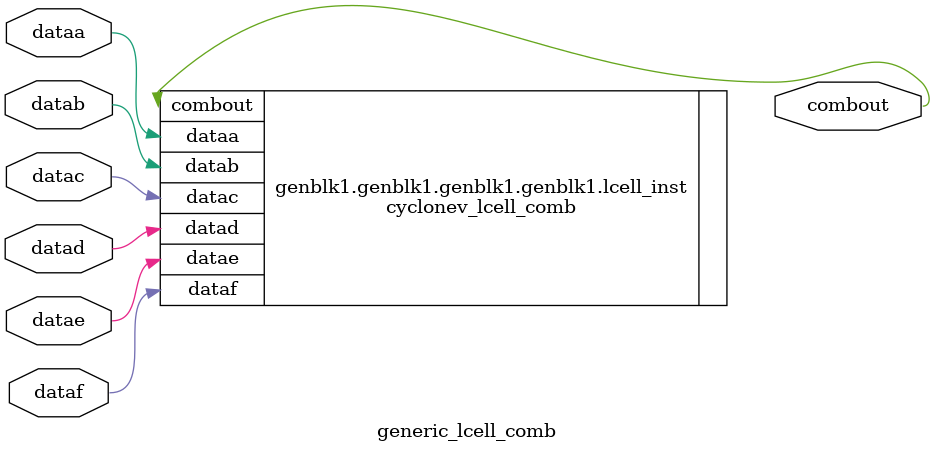
<source format=v>



`timescale 1ps/1ps

module altera_pll_reconfig_core
#(
    parameter 	reconf_width       	= 64,
    parameter 	device_family       	= "Cyclone V",
    // MIF Streaming parameters
    parameter   RECONFIG_ADDR_WIDTH     = 6,
    parameter   RECONFIG_DATA_WIDTH     = 32,
    parameter   ROM_ADDR_WIDTH          = 9,
    parameter   ROM_DATA_WIDTH          = 32,
    parameter	ROM_NUM_WORDS           = 512
) ( 

    //input
    input   wire    mgmt_clk,
    input   wire    mgmt_reset,


    //conduits
    output  wire [reconf_width-1:0] reconfig_to_pll,
    input  wire [reconf_width-1:0] reconfig_from_pll,

    // user data (avalon-MM slave interface)
    output  wire [31:0] mgmt_readdata,
    output  wire        mgmt_waitrequest,
    input   wire [5:0]  mgmt_address,
    input   wire        mgmt_read,
    input   wire        mgmt_write,
    input   wire [31:0] mgmt_writedata,

    //other
    output  wire        mif_start_out,
    output  reg [ROM_ADDR_WIDTH-1:0]    mif_base_addr
);
    localparam mode_WR            = 1'b0;
    localparam mode_POLL          = 1'b1;
    localparam MODE_REG           = 6'b000000;
    localparam STATUS_REG         = 6'b000001;
    localparam START_REG          = 6'b000010;
    localparam N_REG              = 6'b000011;
    localparam M_REG              = 6'b000100;
    localparam C_COUNTERS_REG     = 6'b000101;
    localparam DPS_REG            = 6'b000110;
    localparam DSM_REG            = 6'b000111;
    localparam BWCTRL_REG         = 6'b001000;
    localparam CP_CURRENT_REG     = 6'b001001;
    localparam ANY_DPRIO          = 6'b100000;
    localparam CNT_BASE           = 5'b001010;
    localparam VCO_REG              = 6'b011100;
    localparam MIF_REG            = 6'b011111;
    
    //C Counters
    localparam number_of_counters = 5'd18;
    localparam  CNT_0 = 1'd0, CNT_1 = 5'd1, CNT_2 = 5'd2,
                CNT_3 = 5'd3, CNT_4 = 5'd4, CNT_5 = 5'd5,
                CNT_6 = 5'd6, CNT_7 = 5'd7, CNT_8 = 5'd8,
                CNT_9 = 5'd9, CNT_10 = 5'd10, CNT_11 = 5'd11,
                CNT_12 = 5'd12, CNT_13 = 5'd13, CNT_14 = 5'd14,
                CNT_15 = 5'd15, CNT_16 = 5'd16, CNT_17 = 5'd17;
    //C counter addresses
    localparam C_CNT_0_DIV_ADDR = 5'h00;
    localparam C_CNT_0_DIV_ADDR_DPRIO_1 = 5'h11;
    localparam C_CNT_0_3_BYPASS_EN_ADDR = 5'h15;
    localparam C_CNT_0_3_ODD_DIV_EN_ADDR = 5'h17;
    localparam C_CNT_4_17_BYPASS_EN_ADDR = 5'h14;
    localparam C_CNT_4_17_ODD_DIV_EN_ADDR = 5'h16;
    //N counter addresses
    localparam N_CNT_DIV_ADDR = 5'h13;
    localparam N_CNT_BYPASS_EN_ADDR = 5'h15;
    localparam N_CNT_ODD_DIV_EN_ADDR = 5'h17;
    //M counter addresses
    localparam M_CNT_DIV_ADDR = 5'h12;
    localparam M_CNT_BYPASS_EN_ADDR = 5'h15;
    localparam M_CNT_ODD_DIV_EN_ADDR = 5'h17;
    
    //DSM address
    localparam DSM_K_FRACTIONAL_DIVISION_ADDR_0 = 5'h18;
    localparam DSM_K_FRACTIONAL_DIVISION_ADDR_1 = 5'h19;
    localparam DSM_K_READY_ADDR = 5'h17;
    localparam DSM_K_DITHER_ADDR = 5'h17;
    localparam DSM_OUT_SEL_ADDR = 6'h30;
    
    //Other DSM params
    localparam DSM_K_READY_BIT_INDEX = 4'd11;
    //BWCTRL address
    //Bit 0-3 of addr
    localparam BWCTRL_ADDR = 6'h30;
    //CP_CURRENT address
    //Bit 0-2 of addr
    localparam CP_CURRENT_ADDR = 6'h31;
    
    // VCODIV address
    localparam VCO_ADDR = 5'h17;

    localparam DPRIO_IDLE = 3'd0, ONE = 3'd1, TWO = 3'd2, THREE = 3'd3, FOUR = 3'd4,
               FIVE = 3'd5, SIX = 3'd6, SEVEN = 3'd7, EIGHT = 4'd8, NINE = 4'd9, TEN = 4'd10,
               ELEVEN = 4'd11, TWELVE = 4'd12, THIRTEEN = 4'd13, FOURTEEN = 4'd14, DPRIO_DONE = 4'd15;
    localparam IDLE = 2'b00, WAIT_ON_LOCK = 2'b01, LOCKED = 2'b10;
    
    wire            clk;
    wire            reset;
    wire            gnd;

    wire [5: 0]     slave_address;
    wire            slave_read;
    wire            slave_write;
    wire [31: 0]    slave_writedata;

    reg  [31: 0]     slave_readdata_d;
    reg  [31: 0]     slave_readdata_q;
    wire            slave_waitrequest;
    reg             slave_mode;

    assign          clk             = mgmt_clk;

    assign          slave_address       = mgmt_address;
    assign          slave_read      = mgmt_read;    
    assign          slave_write     = mgmt_write;
    assign          slave_writedata     = mgmt_writedata;
    
    reg read_waitrequest;
    // Outputs
    assign          mgmt_readdata       = slave_readdata_q;
    assign          mgmt_waitrequest    = slave_waitrequest | read_waitrequest; //Read waitrequest asserted in polling mode

    //internal signals
    wire            locked_orig;
    wire            locked;
   
    wire            pll_start;
    wire            pll_start_valid;
    reg             status_read;
    wire            read_slave_mode_asserted;

    wire            pll_start_asserted;

    reg  [1:0]      current_state;
    reg  [1:0]      next_state;

    reg             status;//0=busy, 1=ready
    //user_mode_init user_mode_init_inst (clk, reset, dprio_mdio_dis, ser_shift_load);
    //declaring the init wires. These will have 0 on them for 64 clk cycles
    wire       [ 5:0]  init_dprio_address;
    wire               init_dprio_read;
    wire       [ 1:0]  init_dprio_byteen;
    wire               init_dprio_write;
    wire       [15:0]  init_dprio_writedata;

    wire               init_atpgmode;
    wire               init_mdio_dis;
    wire               init_scanen;
    wire               init_ser_shift_load;
    wire               dprio_init_done;

    //DPRIO output signals after initialization is done
    wire            dprio_clk;
    reg             avmm_dprio_write;
    reg             avmm_dprio_read;
    reg  [5:0]      avmm_dprio_address;
    reg  [15:0]     avmm_dprio_writedata;
    reg  [1:0]      avmm_dprio_byteen;
    wire            avmm_atpgmode;
    wire            avmm_mdio_dis;
    wire            avmm_scanen;

    //Final output wires that are muxed between the init and avmm wires.
    wire            dprio_init_reset;
    wire [5:0]      dprio_address /*synthesis keep*/;
    wire            dprio_read/*synthesis keep*/;
    wire [1:0]      dprio_byteen/*synthesis keep*/;
    wire            dprio_write/*synthesis keep*/;
    wire [15:0]     dprio_writedata/*synthesis keep*/;
    wire            dprio_mdio_dis/*synthesis keep*/;
    wire            dprio_ser_shift_load/*synthesis keep*/;
    wire            dprio_atpgmode/*synthesis keep*/;
    wire            dprio_scanen/*synthesis keep*/;


    //other PLL signals for dyn ph shift
    wire            phase_done/*synthesis keep*/;
    wire            phase_en/*synthesis keep*/;
    wire            up_dn/*synthesis keep*/;
    wire  [4:0]     cnt_sel;
    
    //DPRIO input signals
    wire  [15:0]     dprio_readdata;

    //internal logic signals
    //storage registers for user sent data
    reg             dprio_temp_read_1;
    reg             dprio_temp_read_2;
    reg             dprio_start;
    reg             mif_start_assert;
    reg             dps_start_assert;
    wire            usr_valid_changes;
    reg  [3:0]      dprio_cur_state;
    reg  [3:0]      dprio_next_state;
    reg  [15:0]     dprio_temp_m_n_c_readdata_1_d;
    reg  [15:0]     dprio_temp_m_n_c_readdata_2_d;
    reg  [15:0]     dprio_temp_m_n_c_readdata_1_q;
    reg  [15:0]     dprio_temp_m_n_c_readdata_2_q;
	reg 			dprio_write_done;
    //C counters signals
    reg  [7:0]      usr_c_cnt_lo;
    reg  [7:0]      usr_c_cnt_hi;
    reg             usr_c_cnt_bypass_en;
    reg             usr_c_cnt_odd_duty_div_en;
    reg  [7:0]      temp_c_cnt_lo [0:17]; 
    reg  [7:0]      temp_c_cnt_hi [0:17];
    reg             temp_c_cnt_bypass_en [0:17];
    reg      	    temp_c_cnt_odd_duty_div_en [0:17];
    reg             any_c_cnt_changed;
    reg             all_c_cnt_done_q;
    reg             all_c_cnt_done_d;
    reg  [17:0]     c_cnt_changed;
    reg  [17:0]     c_cnt_done_d;
    reg  [17:0]     c_cnt_done_q;
    //N counter signals
    reg  [7:0]      usr_n_cnt_lo; 
    reg  [7:0]      usr_n_cnt_hi;
    reg             usr_n_cnt_bypass_en;
    reg             usr_n_cnt_odd_duty_div_en;
    reg             n_cnt_changed;
    reg             n_cnt_done_d;
    reg             n_cnt_done_q;
    //M counter signals
    reg  [7:0]      usr_m_cnt_lo; 
    reg  [7:0]      usr_m_cnt_hi;
    reg             usr_m_cnt_bypass_en;
    reg             usr_m_cnt_odd_duty_div_en;
    reg             m_cnt_changed;
    reg             m_cnt_done_d;
    reg             m_cnt_done_q;
    //dyn phase regs
    reg  [15:0]     usr_num_shifts;
    reg  [4:0]      usr_cnt_sel /*synthesis preserve*/;
    reg             usr_up_dn;
    reg             dps_changed;
    wire            dps_changed_valid;
    wire            dps_done;

    //DSM Signals
    reg  [31:0]     usr_k_value;
    reg             dsm_k_changed;
    reg             dsm_k_done_d;
    reg             dsm_k_done_q;
    reg             dsm_k_ready_false_done_d;
    //BW signals 
    reg [3:0]       usr_bwctrl_value;
    reg             bwctrl_changed;
    reg             bwctrl_done_d;
    reg             bwctrl_done_q;
    //CP signals 
    reg [2:0]       usr_cp_current_value;
    reg             cp_current_changed;
    reg             cp_current_done_d;
    reg             cp_current_done_q;
    //VCO signals 
    reg             usr_vco_value;
    reg             vco_changed;
    reg             vco_done_d;
    reg             vco_done_q;
    //Manual DPRIO signals
    reg             manual_dprio_done_q;
    reg             manual_dprio_done_d;
    reg             manual_dprio_changed;
    reg  [5:0]      usr_dprio_address;
    reg  [15:0]     usr_dprio_writedata_0;
    reg             usr_r_w;
	 //keeping track of which operation happened last
	 reg  [5:0]		  operation_address;
    // Address wires for all C_counter DPRIO registers
    // These are outputs of LUTS, changing depending
    // on whether PLL_0 or PLL_1 being used


    //Fitter will tell if FPLL1 is being used 
    wire            fpll_1;

    // other
    reg             mif_reg_asserted;
    // MAIN FSM                             

    // Synchronize locked signal
   altera_std_synchronizer #(
        .depth(3)
    ) altera_std_synchronizer_inst (
        .clk(mgmt_clk),
        .reset_n(~mgmt_reset), 
        .din(locked_orig),
        .dout(locked)
    );
   
    always @(posedge clk)
    begin
        if (reset)
        begin
            dprio_cur_state <= DPRIO_IDLE;
            current_state <= IDLE;
        end
        else
        begin
            current_state <= next_state;
            dprio_cur_state <= dprio_next_state;
        end
    end

    always @(*)
     begin
        case(current_state)
          IDLE:
            begin
               if (pll_start & !slave_waitrequest & usr_valid_changes)
                 next_state = WAIT_ON_LOCK;
               else
                 next_state = IDLE;
            end
          WAIT_ON_LOCK:
            begin
               if (locked & dps_done & dprio_write_done)  // received locked high from PLL
                 begin
                    if (slave_mode==mode_WR) //if the mode is waitrequest, then
                                             // goto IDLE state directly
                      next_state = IDLE;
                    else
                      next_state = LOCKED; //otherwise go the locked state
                 end
               else
                  next_state = WAIT_ON_LOCK;
            end
              
          LOCKED:
            begin
               if (status_read) // stay in LOCKED until user reads status 
                 next_state = IDLE;
               else
                 next_state = LOCKED;
            end

          default: next_state = 2'bxx;
          
        endcase
     end


    // ask the pll to start reconfig
    assign pll_start = (pll_start_asserted & (current_state==IDLE))  ;
    assign pll_start_valid = (pll_start & (next_state==WAIT_ON_LOCK))  ;



    // WRITE OPERATIONS
    assign pll_start_asserted = slave_write & (slave_address == START_REG);
    assign mif_start_out = pll_start & mif_reg_asserted;

    //reading the mode register to determine what mode the slave will operate
    //in.
    always @(posedge clk)
    begin
        if (reset)
          slave_mode <= mode_WR;
        else if (slave_write & (slave_address == MODE_REG) & !slave_waitrequest)
          slave_mode <= slave_writedata[0];
    end

    //record which values user wants to change.

    //reading in the actual values that need to be reconfigged and sending
    //them to the PLL
    always @(posedge clk)
    begin
        if (reset)
        begin
            //reset all regs here
            //BW signals reset
            usr_bwctrl_value <= 0;
            bwctrl_changed <= 0;
            bwctrl_done_q <= 0;
            //CP signals reset
            usr_cp_current_value <= 0;
            cp_current_changed <= 0;
            cp_current_done_q <= 0;
            //VCO signals reset
            usr_vco_value <= 0;
            vco_changed <= 0;
            vco_done_q <= 0;
            //DSM signals reset
            usr_k_value <= 0;
            dsm_k_changed <= 0;
            dsm_k_done_q <= 0;
            //N counter signals reset
            usr_n_cnt_lo <= 0;
            usr_n_cnt_hi <= 0;
            usr_n_cnt_bypass_en <= 0;
            usr_n_cnt_odd_duty_div_en <= 0;
            n_cnt_changed <= 0;
            n_cnt_done_q <= 0;
            //M counter signals reset
            usr_m_cnt_lo <= 0;
            usr_m_cnt_hi <= 0;
            usr_m_cnt_bypass_en <= 0;
            usr_m_cnt_odd_duty_div_en <= 0;
            m_cnt_changed <= 0;
            m_cnt_done_q <= 0;
            //C counter signals reset
            usr_c_cnt_lo <= 0;
            usr_c_cnt_hi <= 0;
            usr_c_cnt_bypass_en <= 0;
            usr_c_cnt_odd_duty_div_en <= 0;
            any_c_cnt_changed <= 0;
            all_c_cnt_done_q <= 0;
            c_cnt_done_q <= 0;
            //generic signals
            dprio_start <= 0;
            mif_start_assert <= 0;
            dps_start_assert <= 0;
            dprio_temp_m_n_c_readdata_1_q <= 0;
            dprio_temp_m_n_c_readdata_2_q <= 0;
            c_cnt_done_q <= 0;
            //DPS signals
            usr_up_dn <= 0;
            usr_cnt_sel <= 0;
            usr_num_shifts <= 0;
            dps_changed <= 0;
            //manual DPRIO signals
            manual_dprio_changed <= 0;
            usr_dprio_address <= 0;
            usr_dprio_writedata_0 <= 0;
            usr_r_w <= 0;
	    operation_address <= 0;
            mif_reg_asserted <= 0;
            mif_base_addr <= 0;
        end
        else
        begin
            if (dprio_temp_read_1)
            begin
                dprio_temp_m_n_c_readdata_1_q <= dprio_temp_m_n_c_readdata_1_d; 
            end
            if (dprio_temp_read_2)
            begin
                dprio_temp_m_n_c_readdata_2_q <= dprio_temp_m_n_c_readdata_2_d; 
            end
            if ((dps_done)) dps_changed <= 0;
            if (dsm_k_done_d) dsm_k_done_q <= dsm_k_done_d;
            if (n_cnt_done_d) n_cnt_done_q <= n_cnt_done_d;
            if (m_cnt_done_d) m_cnt_done_q <= m_cnt_done_d;
            if (all_c_cnt_done_d) all_c_cnt_done_q <= all_c_cnt_done_d;
            if (c_cnt_done_d != 0) c_cnt_done_q <= c_cnt_done_q | c_cnt_done_d;
            if (bwctrl_done_d) bwctrl_done_q <= bwctrl_done_d;
            if (cp_current_done_d) cp_current_done_q <= cp_current_done_d;
            if (vco_done_d) vco_done_q <= vco_done_d;
            if (manual_dprio_done_d) manual_dprio_done_q <= manual_dprio_done_d;

            if (mif_start_out == 1'b1)
                mif_start_assert <= 0; // Signaled MIF block to start, so deassert on next cycle
            
            if (dps_done != 1'b1)
                dps_start_assert <= 0; // DPS has started, so dessert its start signal on next cycle

            if (dprio_next_state == ONE)
                dprio_start <= 0;
            if (dprio_write_done)
            begin
                bwctrl_done_q <= 0;
                cp_current_done_q <= 0;
                vco_done_q <= 0;
                dsm_k_done_q <= 0;
                dsm_k_done_q <= 0;
                n_cnt_done_q <= 0;
                m_cnt_done_q <= 0;
                all_c_cnt_done_q <= 0;
                c_cnt_done_q <= 0;
                dsm_k_changed <= 0;
                n_cnt_changed <= 0;
                m_cnt_changed <= 0;
                any_c_cnt_changed <= 0;
                bwctrl_changed <= 0;
                cp_current_changed <= 0;
                vco_changed <= 0;
                manual_dprio_changed <= 0;
                manual_dprio_done_q <= 0;
                if (dps_changed | dps_changed_valid | !dps_done )
                begin
                    usr_cnt_sel <= usr_cnt_sel;
                end
                else 
                begin
                    usr_cnt_sel <= 0;
                end
                mif_reg_asserted <= 0;
            end
            else 
            begin
                dsm_k_changed <= dsm_k_changed;
                n_cnt_changed <= n_cnt_changed;
                m_cnt_changed <= m_cnt_changed;
                any_c_cnt_changed <= any_c_cnt_changed;
                manual_dprio_changed <= manual_dprio_changed;
                mif_reg_asserted <= mif_reg_asserted;
                usr_cnt_sel <= usr_cnt_sel;
            end


            if(slave_write & !slave_waitrequest)
            begin
                case(slave_address)
                   //read in the values here from the user and act on them
                DSM_REG:
                begin
                    operation_address <= DSM_REG;
                    usr_k_value <= slave_writedata[31:0]; 
                    dsm_k_changed <= 1'b1;
                    dsm_k_done_q <= 0;
                    dprio_start <= 1'b1;
                end
                N_REG:
                begin
                    operation_address <= N_REG;
                    usr_n_cnt_lo <= slave_writedata[7:0]; 
                    usr_n_cnt_hi <= slave_writedata[15:8];
                    usr_n_cnt_bypass_en <= slave_writedata[16];
                    usr_n_cnt_odd_duty_div_en <= slave_writedata[17];
                    n_cnt_changed <= 1'b1;
                    n_cnt_done_q <= 0;
                    dprio_start <= 1'b1;
                end
                M_REG:
                begin
                    operation_address <= M_REG;
                    usr_m_cnt_lo <= slave_writedata[7:0]; 
                    usr_m_cnt_hi <= slave_writedata[15:8];
                    usr_m_cnt_bypass_en <= slave_writedata[16];
                    usr_m_cnt_odd_duty_div_en <= slave_writedata[17];
                    m_cnt_changed <= 1'b1;
                    m_cnt_done_q <= 0;
                    dprio_start <= 1'b1;
                end
                DPS_REG:
                begin
                    operation_address <= DPS_REG;
                    usr_num_shifts <= slave_writedata[15:0];
                    usr_cnt_sel <= slave_writedata[20:16];
                    usr_up_dn <= slave_writedata[21];
                    dps_changed <= 1;
                    dps_start_assert <= 1;
                end
                C_COUNTERS_REG:
                begin
						  operation_address <= C_COUNTERS_REG;
                    usr_c_cnt_lo <= slave_writedata[7:0]; 
                    usr_c_cnt_hi <= slave_writedata[15:8];
                    usr_c_cnt_bypass_en <= slave_writedata[16];
                    usr_c_cnt_odd_duty_div_en <= slave_writedata[17];
                    usr_cnt_sel <= slave_writedata[22:18];
                    any_c_cnt_changed <= 1'b1;
                    all_c_cnt_done_q <= 0;
                    dprio_start <= 1'b1;
                end
                BWCTRL_REG:
                begin
                    usr_bwctrl_value <= slave_writedata[3:0]; 
                    bwctrl_changed <= 1'b1;
                    bwctrl_done_q <= 0;
                    dprio_start <= 1'b1;
		    	  operation_address <= BWCTRL_REG;
                end
                CP_CURRENT_REG:
                begin
                    usr_cp_current_value <= slave_writedata[2:0]; 
                    cp_current_changed <= 1'b1;
                    cp_current_done_q <= 0;
                    dprio_start <= 1'b1;
		    operation_address <= CP_CURRENT_REG;
                end
                VCO_REG:
                begin
                    usr_vco_value <= slave_writedata[0]; 
                    vco_changed <= 1'b1;
                    vco_done_q <= 0;
                    dprio_start <= 1'b1;
		    operation_address <= VCO_REG;
                end
                ANY_DPRIO:
                begin
						  operation_address <= ANY_DPRIO;
                    manual_dprio_changed <= 1'b1;
                    usr_dprio_address <= slave_writedata[5:0];
                    usr_dprio_writedata_0 <= slave_writedata[21:6];
                    usr_r_w <= slave_writedata[22];
                    manual_dprio_done_q <= 0;
                    dprio_start <= 1'b1;
                end
                MIF_REG:
                begin
                    mif_reg_asserted <= 1'b1;
                    mif_base_addr <= slave_writedata[ROM_ADDR_WIDTH-1:0];
                    mif_start_assert <= 1'b1;
                end                
                endcase
             end
        end 
    end
    //C Counter assigning values to the 2-d array of values for each C counter
   
    reg [4:0] j;
    always @(posedge clk)
    begin

        if (reset)
        begin
            c_cnt_changed[17:0] <= 0;
            for (j = 0; j < number_of_counters; j = j + 1'b1)
            begin : c_cnt_reset
                temp_c_cnt_bypass_en[j] <= 0;
                temp_c_cnt_odd_duty_div_en[j] <= 0;
                temp_c_cnt_lo[j][7:0] <= 0;
                temp_c_cnt_hi[j][7:0] <= 0;
            end
        end
        else 
        begin
            if (dprio_write_done)
            begin
                c_cnt_changed <= 0;
            end
            if (any_c_cnt_changed && (operation_address == C_COUNTERS_REG))
            begin
                case (cnt_sel)
                    CNT_0:
                    begin
                        temp_c_cnt_lo [0] <= usr_c_cnt_lo;
                        temp_c_cnt_hi [0] <= usr_c_cnt_hi;
                        temp_c_cnt_bypass_en [0] <= usr_c_cnt_bypass_en;
                        temp_c_cnt_odd_duty_div_en [0] <= usr_c_cnt_odd_duty_div_en;
                        c_cnt_changed [0] <= 1'b1;
                    end
                    CNT_1:
                    begin
                        temp_c_cnt_lo [1] <= usr_c_cnt_lo;
                        temp_c_cnt_hi [1] <= usr_c_cnt_hi;
                        temp_c_cnt_bypass_en [1] <= usr_c_cnt_bypass_en;
                        temp_c_cnt_odd_duty_div_en [1] <= usr_c_cnt_odd_duty_div_en;
                        c_cnt_changed [1] <= 1'b1;
                    end
                    CNT_2:
                    begin
                        temp_c_cnt_lo [2] <= usr_c_cnt_lo;
                        temp_c_cnt_hi [2] <= usr_c_cnt_hi;
                        temp_c_cnt_bypass_en [2] <= usr_c_cnt_bypass_en;
                        temp_c_cnt_odd_duty_div_en [2] <= usr_c_cnt_odd_duty_div_en;
                        c_cnt_changed [2] <= 1'b1;
                    end
                    CNT_3:
                    begin
                        temp_c_cnt_lo [3] <= usr_c_cnt_lo;
                        temp_c_cnt_hi [3] <= usr_c_cnt_hi;
                        temp_c_cnt_bypass_en [3] <= usr_c_cnt_bypass_en;
                        temp_c_cnt_odd_duty_div_en [3] <= usr_c_cnt_odd_duty_div_en;
                        c_cnt_changed [3] <= 1'b1;
                    end
                    CNT_4:
                    begin
                        temp_c_cnt_lo [4] <= usr_c_cnt_lo;
                        temp_c_cnt_hi [4] <= usr_c_cnt_hi;
                        temp_c_cnt_bypass_en [4] <= usr_c_cnt_bypass_en;
                        temp_c_cnt_odd_duty_div_en [4] <= usr_c_cnt_odd_duty_div_en;
                        c_cnt_changed [4] <= 1'b1;
                    end
                    CNT_5:
                    begin
                        temp_c_cnt_lo [5] <= usr_c_cnt_lo;
                        temp_c_cnt_hi [5] <= usr_c_cnt_hi;
                        temp_c_cnt_bypass_en [5] <= usr_c_cnt_bypass_en;
                        temp_c_cnt_odd_duty_div_en [5] <= usr_c_cnt_odd_duty_div_en;
                        c_cnt_changed [5] <= 1'b1;
                    end
                    CNT_6:
                    begin
                        temp_c_cnt_lo [6] <= usr_c_cnt_lo;
                        temp_c_cnt_hi [6] <= usr_c_cnt_hi;
                        temp_c_cnt_bypass_en [6] <= usr_c_cnt_bypass_en;
                        temp_c_cnt_odd_duty_div_en [6] <= usr_c_cnt_odd_duty_div_en;
                        c_cnt_changed [6] <= 1'b1;
                    end
                    CNT_7:
                    begin
                        temp_c_cnt_lo [7] <= usr_c_cnt_lo;
                        temp_c_cnt_hi [7] <= usr_c_cnt_hi;
                        temp_c_cnt_bypass_en [7] <= usr_c_cnt_bypass_en;
                        temp_c_cnt_odd_duty_div_en [7] <= usr_c_cnt_odd_duty_div_en;
                        c_cnt_changed [7] <= 1'b1;
                    end
                    CNT_8:
                    begin
                        temp_c_cnt_lo [8] <= usr_c_cnt_lo;
                        temp_c_cnt_hi [8] <= usr_c_cnt_hi;
                        temp_c_cnt_bypass_en [8] <= usr_c_cnt_bypass_en;
                        temp_c_cnt_odd_duty_div_en [8] <= usr_c_cnt_odd_duty_div_en;
                        c_cnt_changed [8] <= 1'b1;
                    end
                    CNT_9:
                    begin
                        temp_c_cnt_lo [9] <= usr_c_cnt_lo;
                        temp_c_cnt_hi [9] <= usr_c_cnt_hi;
                        temp_c_cnt_bypass_en [9] <= usr_c_cnt_bypass_en;
                        temp_c_cnt_odd_duty_div_en [9] <= usr_c_cnt_odd_duty_div_en;
                        c_cnt_changed [9] <= 1'b1;
                    end
                    CNT_10:
                    begin
                        temp_c_cnt_lo [10] <= usr_c_cnt_lo;
                        temp_c_cnt_hi [10] <= usr_c_cnt_hi;
                        temp_c_cnt_bypass_en [10] <= usr_c_cnt_bypass_en;
                        temp_c_cnt_odd_duty_div_en [10] <= usr_c_cnt_odd_duty_div_en;
                        c_cnt_changed [10] <= 1'b1;
                    end
                    CNT_11:
                    begin
                        temp_c_cnt_lo [11] <= usr_c_cnt_lo;
                        temp_c_cnt_hi [11] <= usr_c_cnt_hi;
                        temp_c_cnt_bypass_en [11] <= usr_c_cnt_bypass_en;
                        temp_c_cnt_odd_duty_div_en [11] <= usr_c_cnt_odd_duty_div_en;
                        c_cnt_changed [11] <= 1'b1;
                    end
                    CNT_12:
                    begin
                        temp_c_cnt_lo [12] <= usr_c_cnt_lo;
                        temp_c_cnt_hi [12] <= usr_c_cnt_hi;
                        temp_c_cnt_bypass_en [12] <= usr_c_cnt_bypass_en;
                        temp_c_cnt_odd_duty_div_en [12] <= usr_c_cnt_odd_duty_div_en;
                        c_cnt_changed [12] <= 1'b1;
                    end
                    CNT_13:
                    begin
                        temp_c_cnt_lo [13] <= usr_c_cnt_lo;
                        temp_c_cnt_hi [13] <= usr_c_cnt_hi;
                        temp_c_cnt_bypass_en [13] <= usr_c_cnt_bypass_en;
                        temp_c_cnt_odd_duty_div_en [13] <= usr_c_cnt_odd_duty_div_en;
                        c_cnt_changed [13] <= 1'b1;
                    end
                    CNT_14:
                    begin
                        temp_c_cnt_lo [14] <= usr_c_cnt_lo;
                        temp_c_cnt_hi [14] <= usr_c_cnt_hi;
                        temp_c_cnt_bypass_en [14] <= usr_c_cnt_bypass_en;
                        temp_c_cnt_odd_duty_div_en [14] <= usr_c_cnt_odd_duty_div_en;
                        c_cnt_changed [14] <= 1'b1;
                    end
                    CNT_15:
                    begin
                        temp_c_cnt_lo [15] <= usr_c_cnt_lo;
                        temp_c_cnt_hi [15] <= usr_c_cnt_hi;
                        temp_c_cnt_bypass_en [15] <= usr_c_cnt_bypass_en;
                        temp_c_cnt_odd_duty_div_en [15] <= usr_c_cnt_odd_duty_div_en;
                        c_cnt_changed [15] <= 1'b1;
                    end
                    CNT_16:
                    begin
                        temp_c_cnt_lo [16] <= usr_c_cnt_lo;
                        temp_c_cnt_hi [16] <= usr_c_cnt_hi;
                        temp_c_cnt_bypass_en [16] <= usr_c_cnt_bypass_en;
                        temp_c_cnt_odd_duty_div_en [16] <= usr_c_cnt_odd_duty_div_en;
                        c_cnt_changed [16] <= 1'b1;
                    end
                    CNT_17:
                    begin
                        temp_c_cnt_lo [17] <= usr_c_cnt_lo;
                        temp_c_cnt_hi [17] <= usr_c_cnt_hi;
                        temp_c_cnt_bypass_en [17] <= usr_c_cnt_bypass_en;
                        temp_c_cnt_odd_duty_div_en [17] <= usr_c_cnt_odd_duty_div_en;
                        c_cnt_changed [17] <= 1'b1;
                    end
                endcase

            end
        end
    end


    //logic to handle which writes the user indicated and wants to start.
    assign usr_valid_changes =dsm_k_changed| any_c_cnt_changed |n_cnt_changed | m_cnt_changed | dps_changed_valid |manual_dprio_changed |cp_current_changed|bwctrl_changed|vco_changed;

     
    //start the reconfig operations by writing to the DPRIO
    reg break_loop;
    reg [4:0] i;
    always @(*)
    begin 
        dprio_temp_read_1 = 0;
        dprio_temp_read_2 = 0;
        dprio_temp_m_n_c_readdata_1_d = 0;
        dprio_temp_m_n_c_readdata_2_d = 0;
        break_loop = 0;
        dprio_next_state = DPRIO_IDLE;
        avmm_dprio_write = 0;
        avmm_dprio_read = 0;
        avmm_dprio_address = 0;
        avmm_dprio_writedata = 0;
        avmm_dprio_byteen = 0;
        dprio_write_done = 1;
        manual_dprio_done_d = 0;
        n_cnt_done_d = 0;
        dsm_k_done_d = 0;
        dsm_k_ready_false_done_d = 0;
        m_cnt_done_d = 0;
        c_cnt_done_d[17:0] = 0;
        all_c_cnt_done_d = 0;
        bwctrl_done_d = 0;
        cp_current_done_d = 0;
        vco_done_d = 0;
        i = 0;
       
        // Deassert dprio_write_done so it doesn't reset mif_reg_asserted (toggled writes) 
        if (dprio_start | mif_start_assert)
            dprio_write_done = 0;

        if (current_state == WAIT_ON_LOCK)
        begin
            case (dprio_cur_state)
                ONE:
                begin
                    if (n_cnt_changed & !n_cnt_done_q) 
                    begin
			dprio_write_done = 0;
                    	avmm_dprio_write = 1'b1;
                    	avmm_dprio_byteen = 2'b11;
                    	dprio_next_state = TWO;
                        avmm_dprio_address = N_CNT_DIV_ADDR;
                        avmm_dprio_writedata[7:0] = usr_n_cnt_lo;
                        avmm_dprio_writedata[15:8] = usr_n_cnt_hi;
                    end
                    else if (m_cnt_changed & !m_cnt_done_q) 
                    begin
		    	dprio_write_done = 0;
                    	avmm_dprio_write = 1'b1;
                    	avmm_dprio_byteen = 2'b11;
                    	dprio_next_state = TWO;
                        avmm_dprio_address = M_CNT_DIV_ADDR;
                        avmm_dprio_writedata[7:0] = usr_m_cnt_lo;
                        avmm_dprio_writedata[15:8] = usr_m_cnt_hi;
                    end
                    else if (any_c_cnt_changed & !all_c_cnt_done_q)
                    begin

                        for (i = 0; (i < number_of_counters) & !break_loop; i = i + 1'b1)
                        begin : c_cnt_write_hilo
                            if (c_cnt_changed[i] & !c_cnt_done_q[i])
                            begin
				dprio_write_done = 0;
	                    	avmm_dprio_write = 1'b1;
        	            	avmm_dprio_byteen = 2'b11;
                	    	dprio_next_state = TWO;
                                if (fpll_1) avmm_dprio_address = C_CNT_0_DIV_ADDR + C_CNT_0_DIV_ADDR_DPRIO_1 - i;
                                else avmm_dprio_address = C_CNT_0_DIV_ADDR + i;
                                avmm_dprio_writedata[7:0] = temp_c_cnt_lo[i];
                                avmm_dprio_writedata[15:8] = temp_c_cnt_hi[i];
                                //To break from the loop, since only one counter
                                //is addressed at a time
                                break_loop = 1'b1;
                            end
                        end
                    end
                    else if (dsm_k_changed & !dsm_k_done_q) 
                    begin
		    	dprio_write_done = 0;
                        avmm_dprio_write = 0;
                        dprio_next_state = TWO;
                    end
                    else if (bwctrl_changed & !bwctrl_done_q) 
                    begin
		    	dprio_write_done = 0;
                        avmm_dprio_write = 0;
                        dprio_next_state = TWO;
                    end
                    else if (cp_current_changed & !cp_current_done_q) 
                    begin
		    	dprio_write_done = 0;		    
                        avmm_dprio_write = 0;
                        dprio_next_state = TWO;
                    end
                    else if (vco_changed & !vco_done_q) 
                    begin
		    	dprio_write_done = 0;		    
                        avmm_dprio_write = 0;
                        dprio_next_state = TWO;
                    end
                    else if (manual_dprio_changed & !manual_dprio_done_q)
                    begin
		    	dprio_write_done = 0;
                    	avmm_dprio_byteen = 2'b11;
                    	dprio_next_state = TWO;		    
                        avmm_dprio_write = usr_r_w;
                        avmm_dprio_address = usr_dprio_address;
                        avmm_dprio_writedata[15:0] = usr_dprio_writedata_0;
                    end
                    else dprio_next_state = DPRIO_IDLE;
                end
            
                TWO:
                begin
                    //handle reading the two setting bits on n_cnt, then
                    //writing them back while preserving other bits.
                    //Issue two consecutive reads then wait; readLatency=3
                    dprio_write_done = 0;
                    dprio_next_state = THREE;
                    avmm_dprio_byteen = 2'b11;
                    avmm_dprio_read = 1'b1;
                    if (n_cnt_changed & !n_cnt_done_q)
                    begin
                        avmm_dprio_address = N_CNT_BYPASS_EN_ADDR;
                    end
                    else if (m_cnt_changed & !m_cnt_done_q)
                    begin
                        avmm_dprio_address = M_CNT_BYPASS_EN_ADDR;
                    end
                   
                    else if (any_c_cnt_changed & !all_c_cnt_done_q)
                    begin
                        for (i = 0; (i < number_of_counters) & !break_loop; i = i + 1'b1)
                        begin : c_cnt_read_bypass
                            if (fpll_1)
                            begin
                                if (i > 13)
                                begin
                                    if (c_cnt_changed[i] & !c_cnt_done_q[i])
                                    begin
                                        avmm_dprio_address = C_CNT_0_3_BYPASS_EN_ADDR;
                                        break_loop = 1'b1;
                                    end
                                end
                                else
                                begin
                                    if (c_cnt_changed[i] & !c_cnt_done_q[i])
                                    begin
                                        avmm_dprio_address = C_CNT_4_17_BYPASS_EN_ADDR;
                                        break_loop = 1'b1;
                                    end
                                end
                            end
                            else
                            begin
                                if (i < 4)
                                begin
                                    if (c_cnt_changed[i] & !c_cnt_done_q[i])
                                    begin
                                        avmm_dprio_address = C_CNT_0_3_BYPASS_EN_ADDR;
                                        break_loop = 1'b1;
                                    end
                                end
                                else
                                begin
                                    if (c_cnt_changed[i] & !c_cnt_done_q[i])
                                    begin
                                        avmm_dprio_address = C_CNT_4_17_BYPASS_EN_ADDR;
                                        break_loop = 1'b1;
                                    end
                                end
                            end
                        end
                    end
                    //reading the K ready 16 bit word. Need to write 0 to it
                    //afterwards to indicate that K has not been done writing
                    else if (dsm_k_changed & !dsm_k_done_q) 
                    begin
                        avmm_dprio_address = DSM_K_READY_ADDR;
                        dprio_next_state = FOUR;
                    end
                    else if (bwctrl_changed & !bwctrl_done_q) 
                    begin
                        avmm_dprio_address = BWCTRL_ADDR;
                        dprio_next_state = FOUR;
                    end
                    else if (cp_current_changed & !cp_current_done_q) 
                    begin
                        avmm_dprio_address = CP_CURRENT_ADDR;
                        dprio_next_state = FOUR;
                    end
                    else if (vco_changed & !vco_done_q) 
                    begin
                        avmm_dprio_address = VCO_ADDR;
                        dprio_next_state = FOUR;
                    end
                    else if (manual_dprio_changed & !manual_dprio_done_q)
                    begin
                        avmm_dprio_read = ~usr_r_w;
                        avmm_dprio_address = usr_dprio_address;
                        dprio_next_state = DPRIO_DONE;
                    end
                    else dprio_next_state = DPRIO_IDLE;
                end       
                THREE:
                begin
                    dprio_write_done = 0;
                    avmm_dprio_byteen = 2'b11;
                    avmm_dprio_read = 1'b1;
                    dprio_next_state = FOUR;
                    if (n_cnt_changed & !n_cnt_done_q)
                    begin
                        avmm_dprio_address = N_CNT_ODD_DIV_EN_ADDR;
                    end
                    else if (m_cnt_changed & !m_cnt_done_q)
                    begin
                        avmm_dprio_address = M_CNT_ODD_DIV_EN_ADDR;
                    end
                    else if (any_c_cnt_changed & !all_c_cnt_done_q)
                    begin
                        for (i = 0; (i < number_of_counters) & !break_loop; i = i + 1'b1)
                        begin : c_cnt_read_odd_div
                            if (fpll_1)
                            begin
                                if (i > 13)
                                begin
                                    if (c_cnt_changed[i] & !c_cnt_done_q[i])
                                    begin
                                        avmm_dprio_address = C_CNT_0_3_ODD_DIV_EN_ADDR;
                                        break_loop = 1'b1;
                                    end
                                end
                                else
                                begin
                                    if (c_cnt_changed[i] & !c_cnt_done_q[i])
                                    begin
                                        avmm_dprio_address = C_CNT_4_17_ODD_DIV_EN_ADDR;
                                        break_loop = 1'b1;
                                    end
                                end
                            end
                            else
                            begin
                                if (i < 4)
                                begin
                                    if (c_cnt_changed[i] & !c_cnt_done_q[i])
                                    begin
                                        avmm_dprio_address = C_CNT_0_3_ODD_DIV_EN_ADDR;
                                        break_loop = 1'b1;
                                    end
                                end
                                else
                                begin
                                    if (c_cnt_changed[i] & !c_cnt_done_q[i])
                                    begin
                                        avmm_dprio_address = C_CNT_4_17_ODD_DIV_EN_ADDR;
                                        break_loop = 1'b1;
                                    end
                                end
                            end
                        end
                    end   
                    else dprio_next_state = DPRIO_IDLE;
                end
                FOUR:
                begin
                    dprio_temp_read_1 = 1'b1;
                    dprio_write_done = 0;
                    if (vco_changed|cp_current_changed|bwctrl_changed|dsm_k_changed|n_cnt_changed|m_cnt_changed|any_c_cnt_changed)
                    begin
                        dprio_temp_m_n_c_readdata_1_d = dprio_readdata;
                        dprio_next_state = FIVE;
                    end
                    else dprio_next_state = DPRIO_IDLE;
                end
                FIVE:
                begin
                    dprio_write_done = 0;
                    dprio_temp_read_2 = 1'b1;
                    if (vco_changed|cp_current_changed|bwctrl_changed|dsm_k_changed|n_cnt_changed|m_cnt_changed|any_c_cnt_changed)
                    begin
                        //this is where DSM ready value comes.
                        //Need to store in a register to be used later
                        dprio_temp_m_n_c_readdata_2_d = dprio_readdata;
                        dprio_next_state = SIX;
                    end
                    else dprio_next_state = DPRIO_IDLE;
                end
                SIX:
                begin
                    dprio_write_done = 0;
                    avmm_dprio_write = 1'b1;
                    avmm_dprio_byteen = 2'b11;
                    dprio_next_state = SEVEN;
                    avmm_dprio_writedata = dprio_temp_m_n_c_readdata_1_q;
                    if (n_cnt_changed & !n_cnt_done_q)
                    begin
                        avmm_dprio_address = N_CNT_BYPASS_EN_ADDR;
                        avmm_dprio_writedata[5] = usr_n_cnt_bypass_en;
                    end
                    else if (m_cnt_changed & !m_cnt_done_q)
                    begin
                        avmm_dprio_address = M_CNT_BYPASS_EN_ADDR;
                        avmm_dprio_writedata[4] = usr_m_cnt_bypass_en;
                    end
                    else if (any_c_cnt_changed & !all_c_cnt_done_q)
                    begin
                        for (i = 0; (i < number_of_counters) & !break_loop; i = i + 1'b1)
                        begin : c_cnt_write_bypass
                            if (fpll_1)
                            begin
                                if (i > 13)
                                begin
                                    if (c_cnt_changed[i] & !c_cnt_done_q[i])
                                    begin
                                        avmm_dprio_address = C_CNT_0_3_BYPASS_EN_ADDR;
                                        avmm_dprio_writedata[i-14] = temp_c_cnt_bypass_en[i];
                                        break_loop = 1'b1;
                                    end
                                end
                                else
                                begin
                                    if (c_cnt_changed[i] & !c_cnt_done_q[i])
                                    begin
                                        avmm_dprio_address = C_CNT_4_17_BYPASS_EN_ADDR;
                                        avmm_dprio_writedata[i] = temp_c_cnt_bypass_en[i];
                                        break_loop = 1'b1;
                                    end
                                end
                            end
                            else
                            begin
                                if (i < 4)
                                begin
                                    if (c_cnt_changed[i] & !c_cnt_done_q[i])
                                    begin
                                        avmm_dprio_address = C_CNT_0_3_BYPASS_EN_ADDR;
                                        avmm_dprio_writedata[3-i] = temp_c_cnt_bypass_en[i];
                                        break_loop = 1'b1;
                                    end
                                end
                                else
                                begin
                                    if (c_cnt_changed[i] & !c_cnt_done_q[i])
                                    begin
                                        avmm_dprio_address = C_CNT_4_17_BYPASS_EN_ADDR;
                                        avmm_dprio_writedata[17-i] = temp_c_cnt_bypass_en[i];
                                        break_loop = 1'b1;
                                    end
                                end
                            end
                        end
                    end    
                    else if (dsm_k_changed & !dsm_k_done_q)
                    begin
                        avmm_dprio_write = 0;
                    end
                    else if (bwctrl_changed & !bwctrl_done_q) 
                    begin
                        avmm_dprio_write = 0;
                    end
                    else if (cp_current_changed & !cp_current_done_q) 
                    begin
                        avmm_dprio_write = 0;
                    end
                    else if (vco_changed & !vco_done_q) 
                    begin
                        avmm_dprio_write = 0;
                    end
                    else dprio_next_state = DPRIO_IDLE;
                end
                SEVEN:
                begin
                    dprio_write_done = 0;
                    dprio_next_state = EIGHT;
                    avmm_dprio_write = 1'b1;
                    avmm_dprio_byteen = 2'b11;
                    avmm_dprio_writedata = dprio_temp_m_n_c_readdata_2_q;
                    if (n_cnt_changed & !n_cnt_done_q)
                    begin
                        avmm_dprio_address = N_CNT_ODD_DIV_EN_ADDR;
                        avmm_dprio_writedata[5] = usr_n_cnt_odd_duty_div_en;
                        n_cnt_done_d = 1'b1;
                    end
                    else if (m_cnt_changed & !m_cnt_done_q)
                    begin
                        avmm_dprio_address = M_CNT_ODD_DIV_EN_ADDR;
                        avmm_dprio_writedata[4] = usr_m_cnt_odd_duty_div_en;
                        m_cnt_done_d = 1'b1;
                    end
                         
                    else if (any_c_cnt_changed & !all_c_cnt_done_q)
                    begin
                        for (i = 0; (i < number_of_counters) & !break_loop; i = i + 1'b1)
                        begin : c_cnt_write_odd_div
                            if (fpll_1)
                            begin
                                if (i > 13)
                                begin
                                    if (c_cnt_changed[i] & !c_cnt_done_q[i])
                                    begin
                                        avmm_dprio_address = C_CNT_0_3_ODD_DIV_EN_ADDR;
                                        avmm_dprio_writedata[i-14] = temp_c_cnt_odd_duty_div_en[i];
                                        c_cnt_done_d[i] = 1'b1;
                                        //have to OR the signals to prevent
                                        //overwriting of previous dones
                                        c_cnt_done_d = c_cnt_done_d | c_cnt_done_q;
                                        break_loop = 1'b1;
                                    end
                                end
                                else
                                begin
                                    if (c_cnt_changed[i] & !c_cnt_done_q[i])
                                    begin
                                        avmm_dprio_address = C_CNT_4_17_ODD_DIV_EN_ADDR;
                                        avmm_dprio_writedata[i] = temp_c_cnt_odd_duty_div_en[i];
                                        c_cnt_done_d[i] = 1'b1;
                                        c_cnt_done_d = c_cnt_done_d | c_cnt_done_q;
                                        break_loop = 1'b1;
                                    end
                                end
                            end
                            else
                            begin
                                if (i < 4)
                                begin
                                    if (c_cnt_changed[i] & !c_cnt_done_q[i])
                                    begin
                                        avmm_dprio_address = C_CNT_0_3_ODD_DIV_EN_ADDR;
                                        avmm_dprio_writedata[3-i] = temp_c_cnt_odd_duty_div_en[i];
                                        c_cnt_done_d[i] = 1'b1;
                                        //have to OR the signals to prevent
                                        //overwriting of previous dones
                                        c_cnt_done_d = c_cnt_done_d | c_cnt_done_q;
                                        break_loop = 1'b1;
                                    end
                                end
                                else
                                begin
                                    if (c_cnt_changed[i] & !c_cnt_done_q[i])
                                    begin
                                        avmm_dprio_address = C_CNT_4_17_ODD_DIV_EN_ADDR;
                                        avmm_dprio_writedata[17-i] = temp_c_cnt_odd_duty_div_en[i];
                                        c_cnt_done_d[i] = 1'b1;
                                        c_cnt_done_d = c_cnt_done_d | c_cnt_done_q;
                                        break_loop = 1'b1;
                                    end
                                end
                            end
                        end
                    end
                    else if (dsm_k_changed & !dsm_k_done_q)
                    begin
                        avmm_dprio_address = DSM_K_READY_ADDR;
                        avmm_dprio_writedata[DSM_K_READY_BIT_INDEX] = 1'b0;
                        dsm_k_ready_false_done_d = 1'b1;
                    end
                    else if (bwctrl_changed & !bwctrl_done_q) 
                    begin
                        avmm_dprio_address = BWCTRL_ADDR;
                        avmm_dprio_writedata[3:0] = usr_bwctrl_value;
                        bwctrl_done_d = 1'b1;
                    end
                    else if (cp_current_changed & !cp_current_done_q) 
                    begin
                        avmm_dprio_address = CP_CURRENT_ADDR;
                        avmm_dprio_writedata[2:0] = usr_cp_current_value;
                        cp_current_done_d = 1'b1;
                    end
                    else if (vco_changed & !vco_done_q) 
                    begin
                        avmm_dprio_address = VCO_ADDR;
                        avmm_dprio_writedata[8] = usr_vco_value;
                        vco_done_d = 1'b1;
                    end

                   
                    //if all C_cnt that were changed are done, then assert all_c_cnt_done
                    if (c_cnt_done_d == c_cnt_changed)
                        all_c_cnt_done_d = 1'b1;
                    if (n_cnt_changed & n_cnt_done_d)
                        dprio_next_state = DPRIO_DONE;
                    if (any_c_cnt_changed & !all_c_cnt_done_d & !all_c_cnt_done_q)
                        dprio_next_state = ONE;
                    else if (m_cnt_changed & !m_cnt_done_d & !m_cnt_done_q)
                        dprio_next_state = ONE;
                    else if (dsm_k_changed & !dsm_k_ready_false_done_d)
                        dprio_next_state = TWO;
                    else if (dsm_k_changed & !dsm_k_done_q)
                        dprio_next_state = EIGHT;
                    else if (bwctrl_changed & !bwctrl_done_d)
                        dprio_next_state = TWO;
                    else if (cp_current_changed & !cp_current_done_d)
                        dprio_next_state = TWO;
                    else if (vco_changed & !vco_done_d)
                        dprio_next_state = TWO;
                    else 
                    begin
                        dprio_next_state = DPRIO_DONE;
                        dprio_write_done = 1'b1;
                    end
                end
                //finish the rest of the DSM reads/writes
                //writing k value, writing k_ready to 1.
                EIGHT: 
                begin
                    dprio_write_done = 0;
                    dprio_next_state = NINE;
                    avmm_dprio_write = 1'b1;
                    avmm_dprio_byteen = 2'b11;
                    if (dsm_k_changed & !dsm_k_done_q)
                    begin
                        avmm_dprio_address = DSM_K_FRACTIONAL_DIVISION_ADDR_0;
                        avmm_dprio_writedata[15:0] = usr_k_value[15:0];
                    end
                end
                NINE: 
                begin
                    dprio_write_done = 0;
                    dprio_next_state = TEN;
                    avmm_dprio_write = 1'b1;
                    avmm_dprio_byteen = 2'b11;
                    if (dsm_k_changed & !dsm_k_done_q)
                    begin
                        avmm_dprio_address = DSM_K_FRACTIONAL_DIVISION_ADDR_1;
                        avmm_dprio_writedata[15:0] = usr_k_value[31:16];
                    end
                end
                TEN:
                begin
                    dprio_write_done = 0;
                    dprio_next_state = ONE;
                    avmm_dprio_write = 1'b1;
                    avmm_dprio_byteen = 2'b11;
                    if (dsm_k_changed & !dsm_k_done_q)
                    begin
                        avmm_dprio_address = DSM_K_READY_ADDR;
                        //already have the readdata for DSM_K_READY_ADDR since we read it
                        //earlier. Just reuse here 
                        avmm_dprio_writedata = dprio_temp_m_n_c_readdata_2_q;
                        avmm_dprio_writedata[DSM_K_READY_BIT_INDEX] = 1'b1;
                        dsm_k_done_d = 1'b1;
                    end
                end
                DPRIO_DONE:
                begin
                    dprio_write_done = 1'b1;
                    if (dprio_start) dprio_next_state = DPRIO_IDLE;
                    else dprio_next_state = DPRIO_DONE;
                end
                DPRIO_IDLE:
                begin
                    if (dprio_start) dprio_next_state = ONE;
                    else dprio_next_state = DPRIO_IDLE;
                end 
                default:    dprio_next_state = 4'bxxxx;
            endcase
        end

    end


    //assert the waitreq signal according to the state of the slave
    assign slave_waitrequest = (slave_mode==mode_WR) ? ((locked === 1'b1) ? (((current_state==WAIT_ON_LOCK) & !dprio_write_done) | !dps_done |reset|!dprio_init_done) : 1'b1) : 1'b0;
        
    // Read operations
    always @(*)
    begin
    status = 0;
    if (slave_mode == mode_POLL)
        //asserting status to 1 if the slave is done.
       status = (current_state == LOCKED);
    end
    //************************************************************//
    //************************************************************//
    //******************** READ STATE MACHINE ********************//
    //************************************************************//
    //************************************************************//
    reg  [1:0]      current_read_state;
    reg  [1:0]      next_read_state;
    reg  [5:0]      slave_address_int_d;
    reg  [5:0]      slave_address_int_q;
    reg             dprio_read_1;
    reg  [5:0]      dprio_address_1;
    reg  [1:0]      dprio_byteen_1;
    reg  [4:0]      usr_cnt_sel_1;
    localparam READ = 2'b00, READ_WAIT = 2'b01, READ_IDLE = 2'b10, READ_POST_WAIT = 2'b11; 
    
    always @(*)
    begin
      if(next_read_state == READ_IDLE)
        begin
          read_waitrequest <= 1'b0;
        end
      else
        begin
          read_waitrequest <= 1'b1;
        end
    end
    
    always @(posedge clk)
    begin
        if (reset)
        begin
            current_read_state <= READ_IDLE;
            slave_address_int_q <= 0;
            slave_readdata_q <= 0;
        end
        else
        begin
            current_read_state <= next_read_state;
            slave_address_int_q <= slave_address_int_d;
            slave_readdata_q <= slave_readdata_d;
        end
    end
    always @(*)
    begin
        dprio_read_1 = 0;
        dprio_address_1 = 0;
        dprio_byteen_1 = 0;
        slave_address_int_d = 0;
        slave_readdata_d = 0;
        status_read = 0;
        usr_cnt_sel_1 = 0;
        case(current_read_state)
        READ_IDLE:
        begin
            slave_address_int_d = 0;
            next_read_state = READ_IDLE;
            if ((current_state != WAIT_ON_LOCK) && slave_read)
            begin
                slave_address_int_d = slave_address;
                if ((slave_address >= CNT_BASE) && (slave_address < CNT_BASE+18))
                begin
                    next_read_state = READ_WAIT;
                    dprio_byteen_1 = 2'b11;
                    dprio_read_1 = 1'b1;
                    usr_cnt_sel_1 = (slave_address[4:0] - CNT_BASE);
                    if (fpll_1) dprio_address_1 = C_CNT_0_DIV_ADDR + C_CNT_0_DIV_ADDR_DPRIO_1 - cnt_sel;
                    else dprio_address_1 = C_CNT_0_DIV_ADDR + cnt_sel;
                end
                else
                begin
                case (slave_address)
                MODE_REG:
                begin
                    next_read_state = READ_WAIT;
                    slave_readdata_d = slave_mode;
                end
                STATUS_REG:
                begin
                    next_read_state = READ_WAIT;
                    status_read = 1'b1;
                    slave_readdata_d = status;
                end
                N_REG:
                begin
                    dprio_byteen_1 = 2'b11;
                    dprio_read_1 = 1'b1;
                    dprio_address_1 = N_CNT_DIV_ADDR;
                    next_read_state = READ_WAIT;
                end
                M_REG:
                begin
                    dprio_byteen_1 = 2'b11;
                    dprio_read_1 = 1'b1;
                    dprio_address_1 = M_CNT_DIV_ADDR;
                    next_read_state = READ_WAIT;
                end
                BWCTRL_REG:
                begin
                    dprio_byteen_1 = 2'b11;
                    dprio_read_1 = 1'b1;
                    dprio_address_1 = BWCTRL_ADDR;
                    next_read_state = READ_WAIT;
                end
                CP_CURRENT_REG:
                begin
                    dprio_byteen_1 = 2'b11;
                    dprio_read_1 = 1'b1;
                    dprio_address_1 = CP_CURRENT_ADDR;
                    next_read_state = READ_WAIT;
                end
                VCO_REG:
                begin
                    dprio_byteen_1 = 2'b11;
                    dprio_read_1 = 1'b1;
                    dprio_address_1 = VCO_ADDR;
                    next_read_state = READ_WAIT;
                end
                ANY_DPRIO:
                begin
                    dprio_byteen_1 = 2'b11;
                    dprio_read_1 = ~slave_writedata[22];
                    dprio_address_1 = slave_writedata[5:0];
                    next_read_state = READ_WAIT;
                end
                default : next_read_state = READ_IDLE;
                endcase
            end
            end
            else
                next_read_state = READ_IDLE;
        end
        READ_WAIT:
        begin
            next_read_state = READ;
            slave_address_int_d = slave_address_int_q;
            case (slave_address_int_q)
            MODE_REG:
            begin
                slave_readdata_d = slave_readdata_q;
            end
            STATUS_REG:
            begin
                slave_readdata_d = slave_readdata_q;
            end
    	    endcase
        end
        READ:
        begin
            next_read_state = READ_POST_WAIT;
            slave_address_int_d = slave_address_int_q;
            slave_readdata_d = dprio_readdata;
            case (slave_address_int_q)
            MODE_REG:
            begin
                slave_readdata_d = slave_readdata_q;
            end
            STATUS_REG:
            begin
                slave_readdata_d = slave_readdata_q;
            end
            BWCTRL_REG:
            begin
                slave_readdata_d = dprio_readdata[3:0];
            end
            CP_CURRENT_REG:
            begin
                slave_readdata_d = dprio_readdata[2:0];
            end
            VCO_REG:
            begin
                slave_readdata_d = dprio_readdata[8];
            end
            ANY_DPRIO:
            begin
                slave_readdata_d = dprio_readdata;
            end
    	    endcase
        end
        READ_POST_WAIT:
        begin
            next_read_state = READ_IDLE;
        end
        default: next_read_state = 2'bxx;
        endcase
     end


    dyn_phase_shift dyn_phase_shift_inst (
        .clk(clk), 
        .reset(reset),
        .phase_done(phase_done),
        .pll_start_valid(pll_start_valid),
        .dps_changed(dps_changed),
        .dps_changed_valid(dps_changed_valid),
        .dprio_write_done(dprio_write_done),
        .usr_num_shifts(usr_num_shifts),
        .usr_cnt_sel(usr_cnt_sel|usr_cnt_sel_1),
        .usr_up_dn(usr_up_dn),
        .locked(locked),
        .dps_done(dps_done),
        .phase_en(phase_en),
        .up_dn(up_dn),
        .cnt_sel(cnt_sel));
    defparam dyn_phase_shift_inst.device_family = device_family;

    assign dprio_clk = clk;
    self_reset self_reset_inst (mgmt_reset, clk, reset, dprio_init_reset);
    
    dprio_mux dprio_mux_inst (
    .init_dprio_address(init_dprio_address),
    .init_dprio_read(init_dprio_read),
    .init_dprio_byteen(init_dprio_byteen),
    .init_dprio_write(init_dprio_write),
    .init_dprio_writedata(init_dprio_writedata),


    .init_atpgmode(init_atpgmode),
    .init_mdio_dis(init_mdio_dis),
    .init_scanen(init_scanen),
    .init_ser_shift_load(init_ser_shift_load),
    .dprio_init_done(dprio_init_done),

    // Inputs from avmm master
    .avmm_dprio_address(avmm_dprio_address | dprio_address_1),
    .avmm_dprio_read(avmm_dprio_read | dprio_read_1),
    .avmm_dprio_byteen(avmm_dprio_byteen | dprio_byteen_1),
    .avmm_dprio_write(avmm_dprio_write),
    .avmm_dprio_writedata(avmm_dprio_writedata),

    .avmm_atpgmode(avmm_atpgmode),
    .avmm_mdio_dis(avmm_mdio_dis),
    .avmm_scanen(avmm_scanen),

    // Outputs to fpll
    .dprio_address(dprio_address),
    .dprio_read(dprio_read),
    .dprio_byteen(dprio_byteen),
    .dprio_write(dprio_write),
    .dprio_writedata(dprio_writedata),

    .atpgmode(dprio_atpgmode),
    .mdio_dis(dprio_mdio_dis),
    .scanen(dprio_scanen),
    .ser_shift_load(dprio_ser_shift_load)
    );


    fpll_dprio_init fpll_dprio_init_inst (
    .clk(clk),
    .reset_n(~reset),
    .locked(locked),

    //outputs
    .dprio_address(init_dprio_address),
    .dprio_read(init_dprio_read),
    .dprio_byteen(init_dprio_byteen),
    .dprio_write(init_dprio_write),
    .dprio_writedata(init_dprio_writedata),

    .atpgmode(init_atpgmode),
    .mdio_dis(init_mdio_dis),
    .scanen(init_scanen),
    .ser_shift_load(init_ser_shift_load),
    .dprio_init_done(dprio_init_done));

    //address luts, to be reconfigged by the Fitter
    //FPLL_1 or 0 address lut
    generic_lcell_comb lcell_fpll_0_1 (
		.dataa(1'b0),
        .combout (fpll_1));
    defparam lcell_fpll_0_1.lut_mask = 64'hAAAAAAAAAAAAAAAA;
	 defparam lcell_fpll_0_1.dont_touch = "on";
	 defparam lcell_fpll_0_1.family = device_family;


    wire dprio_read_combout;
     generic_lcell_comb lcell_dprio_read (
		.dataa(fpll_1),
        .datab(dprio_read),
        .datac(1'b0),
        .datad(1'b0),
        .datae(1'b0),
        .dataf(1'b0),
      .combout (dprio_read_combout));
    defparam lcell_dprio_read.lut_mask = 64'hCCCCCCCCCCCCCCCC;
	 defparam lcell_dprio_read.dont_touch = "on";
	 defparam lcell_dprio_read.family = device_family;

   
    


    //assign reconfig_to_pll signals
    assign reconfig_to_pll[0] = dprio_clk;
    assign reconfig_to_pll[1] = ~dprio_init_reset;
    assign reconfig_to_pll[2] = dprio_write;
    assign reconfig_to_pll[3] = dprio_read_combout;
    assign reconfig_to_pll[9:4] = dprio_address;
    assign reconfig_to_pll[25:10] = dprio_writedata;
    assign reconfig_to_pll[27:26] = dprio_byteen;
    assign reconfig_to_pll[28] = dprio_ser_shift_load;
    assign reconfig_to_pll[29] = dprio_mdio_dis;
    assign reconfig_to_pll[30] = phase_en;
    assign reconfig_to_pll[31] = up_dn;
    assign reconfig_to_pll[36:32] = cnt_sel;
    assign reconfig_to_pll[37] = dprio_scanen;
    assign reconfig_to_pll[38] = dprio_atpgmode;
    //assign reconfig_to_pll[40:37] = clken;
    assign reconfig_to_pll[63:39] = 0;

    //assign reconfig_from_pll signals
    assign dprio_readdata = reconfig_from_pll [15:0]; 
    assign locked_orig    = reconfig_from_pll [16];
    assign phase_done     = reconfig_from_pll [17];

endmodule
module self_reset (input wire mgmt_reset, input wire clk, output wire reset, output wire init_reset);

    localparam RESET_COUNTER_VALUE = 3'd2;
    localparam INITIAL_WAIT_VALUE = 9'd340;
    reg [9:0]counter;
    reg local_reset;
    reg usr_mode_init_wait;
    initial 
    begin
        local_reset = 1'b1;
        counter = 0;
        usr_mode_init_wait = 0;
    end

    always @(posedge clk)
    begin
        if (mgmt_reset)
        begin
            counter <= 0;
        end
        else
        begin
            if (!usr_mode_init_wait)
            begin
                if (counter == INITIAL_WAIT_VALUE)
                begin
                    local_reset <= 0;
                    usr_mode_init_wait <= 1'b1;
                    counter <= 0;
                end
                else 
                begin
                counter <= counter + 1'b1;
                end
            end
            else
            begin
                if (counter == RESET_COUNTER_VALUE)
                    local_reset <= 0;
                else 
                    counter <= counter + 1'b1;
            end
        end
    end
    assign reset = mgmt_reset | local_reset;
    assign init_reset = local_reset;
endmodule

module dprio_mux (
    // Inputs from init block
    input       [ 5:0]  init_dprio_address,
    input               init_dprio_read,
    input       [ 1:0]  init_dprio_byteen,
    input               init_dprio_write,
    input       [15:0]  init_dprio_writedata,

    input               init_atpgmode,
    input               init_mdio_dis,
    input               init_scanen,
    input               init_ser_shift_load,
    input               dprio_init_done,

    // Inputs from avmm master
    input       [ 5:0]  avmm_dprio_address,
    input               avmm_dprio_read,
    input       [ 1:0]  avmm_dprio_byteen,
    input               avmm_dprio_write,
    input       [15:0]  avmm_dprio_writedata,

    input               avmm_atpgmode,
    input               avmm_mdio_dis,
    input               avmm_scanen,
    input               avmm_ser_shift_load,

    // Outputs to fpll
    output      [ 5:0]  dprio_address,
    output              dprio_read,
    output      [ 1:0]  dprio_byteen,
    output              dprio_write,
    output      [15:0]  dprio_writedata,

    output              atpgmode,
    output              mdio_dis,
    output              scanen,
    output              ser_shift_load
);

    assign  dprio_address   = dprio_init_done ? avmm_dprio_address    : init_dprio_address;
    assign  dprio_read      = dprio_init_done ? avmm_dprio_read       : init_dprio_read;
    assign  dprio_byteen    = dprio_init_done ? avmm_dprio_byteen     : init_dprio_byteen;
    assign  dprio_write     = dprio_init_done ? avmm_dprio_write      : init_dprio_write;
    assign  dprio_writedata = dprio_init_done ? avmm_dprio_writedata  : init_dprio_writedata;

    assign  atpgmode        = init_atpgmode;
    assign  scanen          = init_scanen;
    assign  mdio_dis        = init_mdio_dis;
    assign  ser_shift_load  = init_ser_shift_load ;
endmodule
module fpll_dprio_init (
    input               clk,
    input               reset_n,
    input               locked,

    output      [ 5:0]  dprio_address,
    output              dprio_read,
    output      [ 1:0]  dprio_byteen,
    output              dprio_write,
    output      [15:0]  dprio_writedata,

    output  reg         atpgmode,
    output  reg         mdio_dis,
    output  reg         scanen,
    output  reg         ser_shift_load,
    output  reg         dprio_init_done
);

    reg [1:0] rst_n = 2'b00;
    reg [6:0] count = 7'd0;
    reg init_done_forever;

    // Internal versions of control signals
    wire  int_mdio_dis;
    wire  int_ser_shift_load;
    wire  int_dprio_init_done;
    wire  int_atpgmode/*synthesis keep*/;
    wire  int_scanen/*synthesis keep*/;


    assign  dprio_address   = count[6] ? 5'b0 : count[5:0] ;
    assign  dprio_byteen    = 2'b11;      // always enabled
    assign  dprio_write     = ~count[6] & reset_n ;  // write for first 64 cycles
    assign  dprio_read      = 1'b0;
    assign  dprio_writedata = 16'd0;

    assign  int_ser_shift_load  = count[6] ? |count[2:1]  : 1'b1; 
    assign  int_mdio_dis        = count[6] ? ~count[2]    : 1'b1;
    assign  int_dprio_init_done = ~init_done_forever ? (count[6] ? &count[2:0]  : 1'b0)
                                                    : 1'b1;
    assign  int_atpgmode        = 0;
    assign  int_scanen          = 0;

    initial begin
        count             = 7'd0;
        init_done_forever = 0;
        mdio_dis          = 1'b1;
        ser_shift_load    = 1'b1;
        dprio_init_done   = 1'b0;
        scanen            = 1'b0;
        atpgmode          = 1'b0;
    end

    // reset synch.
    always @(posedge clk or negedge reset_n)
        if(!reset_n)  rst_n <= 2'b00;
        else          rst_n <= {rst_n[0],1'b1};

    // counter
    always @(posedge clk)
    begin
        if (!rst_n[1])
            init_done_forever <= 1'b0;
        else
        begin
        if (count[6] && &count[1:0])
            init_done_forever <= 1'b1;
        end
    end
    always @(posedge clk or negedge rst_n[1])
    begin
        if(!rst_n[1])
        begin
            count <= 7'd0;
        end
        else if(~int_dprio_init_done) 
        begin
            count <= count + 7'd1;
        end
        else
        begin
            count <= count;
        end
    end

    // outputs
    always @(posedge clk) begin
        mdio_dis        <= int_mdio_dis;
        ser_shift_load  <= int_ser_shift_load;
        dprio_init_done <= int_dprio_init_done;
        atpgmode        <= int_atpgmode;
        scanen          <= int_scanen;
    end

endmodule
module dyn_phase_shift
#(
    parameter device_family       = "Cyclone V"
) ( 

    input   wire        clk,
    input   wire        reset,
    input   wire        phase_done,
    input   wire        pll_start_valid,
    input   wire        dps_changed,
    input   wire        dprio_write_done,
    input   wire [15:0] usr_num_shifts,
    input   wire [4:0]  usr_cnt_sel,
    input   wire        usr_up_dn,
    input   wire        locked,

    //output
    output  wire        dps_done,
    output  reg         phase_en,
    output  wire        up_dn,
    output  wire        dps_changed_valid,
    output  wire [4:0]  cnt_sel);
    
	

    reg        first_phase_shift_d;
    reg        first_phase_shift_q;
    reg [15:0] phase_en_counter;
    reg [3:0]       dps_current_state;
    reg [3:0]       dps_next_state;
    localparam DPS_START = 4'd0, DPS_WAIT_PHASE_DONE = 4'd1, DPS_DONE = 4'd2, DPS_WAIT_PHASE_EN = 4'd3, DPS_WAIT_DPRIO_WRITING = 4'd4, DPS_CHANGED = 4'd5; 
    localparam PHASE_EN_WAIT_COUNTER = 5'd1;

    reg [15:0] shifts_done_counter;
    reg        phase_done_final;
	 wire 		gnd /*synthesis keep*/;
	 
    //fsm
    //always block controlling the state regs
    always @(posedge clk)
    begin
        if (reset)
        begin
            dps_current_state <= DPS_DONE;
        end
        else
        begin
            dps_current_state <= dps_next_state;
        end
    end
    //the combinational part. assigning the next state
    //this turns on the phase_done_final signal when phase_done does this:
    //_____         ______
    //      |______|
    always @(*)
    begin
        phase_done_final = 0;
        first_phase_shift_d = 0;
        phase_en = 0;
        dps_next_state = DPS_DONE;
        case (dps_current_state)
            DPS_START:
            begin
                phase_en = 1'b1;
                dps_next_state = DPS_WAIT_PHASE_EN;
            end
            DPS_WAIT_PHASE_EN:
            begin
                phase_en = 1'b1;
                if (first_phase_shift_q)
                begin
                    first_phase_shift_d = 1'b1;
                    dps_next_state = DPS_WAIT_PHASE_EN;
                end
                else
                begin
                    if (phase_en_counter == PHASE_EN_WAIT_COUNTER)
                        dps_next_state = DPS_WAIT_PHASE_DONE;
                    else dps_next_state = DPS_WAIT_PHASE_EN;
                end
            end
            DPS_WAIT_PHASE_DONE:
            begin
                if (!phase_done | !locked)
                begin
                    dps_next_state = DPS_WAIT_PHASE_DONE;
                end
                else
                begin
                    if ((usr_num_shifts != shifts_done_counter) & (usr_num_shifts != 0))
                    begin
                        dps_next_state = DPS_START;
                        phase_done_final = 1'b1;
                    end
                    else
                    begin
                        dps_next_state = DPS_DONE;
                    end

                end
            end
            DPS_DONE:
            begin
                phase_done_final = 0;            
                if (dps_changed) 
                    dps_next_state = DPS_CHANGED;
                else dps_next_state = DPS_DONE;

            end
			DPS_CHANGED:
            begin
                if (pll_start_valid)
                    dps_next_state = DPS_WAIT_DPRIO_WRITING;
                else
                    dps_next_state = DPS_CHANGED;
            end
            DPS_WAIT_DPRIO_WRITING:
            begin
                if (dprio_write_done)
                    dps_next_state = DPS_START;
                else
                    dps_next_state = DPS_WAIT_DPRIO_WRITING;
            end

            default: dps_next_state = 4'bxxxx;
        endcase
    
    
    end

    always @(posedge clk)
    begin

        
        if (dps_current_state == DPS_WAIT_PHASE_DONE)
            phase_en_counter <= 0;
        else if (dps_current_state == DPS_WAIT_PHASE_EN)
            phase_en_counter <= phase_en_counter + 1'b1;

        if (reset)
        begin
            phase_en_counter <= 0;
            shifts_done_counter <= 1'b1;
            first_phase_shift_q <= 1;
        end
        else
        begin
            if (first_phase_shift_d)
                first_phase_shift_q <= 0;
            if (dps_done)
            begin
                shifts_done_counter <= 1'b1;
            end
            else
            begin
                if (phase_done_final & (dps_next_state!= DPS_DONE))
                    shifts_done_counter <= shifts_done_counter + 1'b1;
                else
                    shifts_done_counter <= shifts_done_counter;
            end
        end
    end

    assign dps_changed_valid = (dps_current_state == DPS_CHANGED);
    assign dps_done =(dps_current_state == DPS_DONE) | (dps_current_state == DPS_CHANGED);
    assign up_dn = usr_up_dn;
	 assign gnd = 1'b0;
	
    //cnt select luts (5)
    generic_lcell_comb lcell_cnt_sel_0 (
        .dataa(usr_cnt_sel[0]),
        .datab(usr_cnt_sel[1]),
        .datac(usr_cnt_sel[2]),
        .datad(usr_cnt_sel[3]),
        .datae(usr_cnt_sel[4]),
        .dataf(gnd),
        .combout (cnt_sel[0]));
    defparam lcell_cnt_sel_0.lut_mask = 64'hAAAAAAAAAAAAAAAA;
    defparam lcell_cnt_sel_0.dont_touch = "on";
    defparam lcell_cnt_sel_0.family = device_family;
    generic_lcell_comb lcell_cnt_sel_1 (
        .dataa(usr_cnt_sel[0]),
        .datab(usr_cnt_sel[1]),
        .datac(usr_cnt_sel[2]),
        .datad(usr_cnt_sel[3]),
        .datae(usr_cnt_sel[4]),
        .dataf(gnd),
        .combout (cnt_sel[1]));
    defparam lcell_cnt_sel_1.lut_mask = 64'hCCCCCCCCCCCCCCCC;
    defparam lcell_cnt_sel_1.dont_touch = "on";
    defparam lcell_cnt_sel_1.family = device_family;
    generic_lcell_comb lcell_cnt_sel_2 (
        .dataa(usr_cnt_sel[0]),
        .datab(usr_cnt_sel[1]),
        .datac(usr_cnt_sel[2]),
        .datad(usr_cnt_sel[3]),
        .datae(usr_cnt_sel[4]),
        .dataf(gnd),
        .combout (cnt_sel[2]));
    defparam lcell_cnt_sel_2.lut_mask = 64'hF0F0F0F0F0F0F0F0;
    defparam lcell_cnt_sel_2.dont_touch = "on";
    defparam lcell_cnt_sel_2.family = device_family;
    generic_lcell_comb lcell_cnt_sel_3 (
        .dataa(usr_cnt_sel[0]),
        .datab(usr_cnt_sel[1]),
        .datac(usr_cnt_sel[2]),
        .datad(usr_cnt_sel[3]),
        .datae(usr_cnt_sel[4]),
        .dataf(gnd),
        .combout (cnt_sel[3]));
    defparam lcell_cnt_sel_3.lut_mask = 64'hFF00FF00FF00FF00;
    defparam lcell_cnt_sel_3.dont_touch = "on";
    defparam lcell_cnt_sel_3.family = device_family;
    generic_lcell_comb lcell_cnt_sel_4 (
        .dataa(usr_cnt_sel[0]),
        .datab(usr_cnt_sel[1]),
        .datac(usr_cnt_sel[2]),
        .datad(usr_cnt_sel[3]),
        .datae(usr_cnt_sel[4]),
        .dataf(gnd),
        .combout (cnt_sel[4]));
    defparam lcell_cnt_sel_4.lut_mask = 64'hFFFF0000FFFF0000;
    defparam lcell_cnt_sel_4.dont_touch = "on";
    defparam lcell_cnt_sel_4.family = device_family;
   
    
endmodule

module generic_lcell_comb
#(
    //parameter
    parameter family             = "Cyclone V",
    parameter lut_mask           = 64'hAAAAAAAAAAAAAAAA,
    parameter dont_touch         = "on"
) ( 

    input    dataa,
    input    datab,
    input    datac,
    input    datad,
    input    datae,
    input    dataf,

    output   combout
);

    generate
        if (family == "Stratix V")
        begin
            stratixv_lcell_comb lcell_inst (
                    .dataa(dataa),
                    .datab(datab),
                    .datac(datac),
                    .datad(datad),
                    .datae(datae),
                    .dataf(dataf),
                    .combout (combout));
            defparam lcell_inst.lut_mask = lut_mask;
            defparam lcell_inst.dont_touch = dont_touch;
        end
        else if (family == "Arria V")
        begin
            arriav_lcell_comb lcell_inst (
                    .dataa(dataa),
                    .datab(datab),
                    .datac(datac),
                    .datad(datad),
                    .datae(datae),
                    .dataf(dataf),
                    .combout (combout));
            defparam lcell_inst.lut_mask = lut_mask;
            defparam lcell_inst.dont_touch = dont_touch;
        end
        else if (family == "Arria V GZ")
        begin
            arriavgz_lcell_comb lcell_inst (
                    .dataa(dataa),
                    .datab(datab),
                    .datac(datac),
                    .datad(datad),
                    .datae(datae),
                    .dataf(dataf),
                    .combout (combout));
            defparam lcell_inst.lut_mask = lut_mask;
            defparam lcell_inst.dont_touch = dont_touch;
        end
        else if (family == "Cyclone V")
        begin
            cyclonev_lcell_comb lcell_inst (
                    .dataa(dataa),
                    .datab(datab),
                    .datac(datac),
                    .datad(datad),
                    .datae(datae),
                    .dataf(dataf),
                    .combout (combout));
            defparam lcell_inst.lut_mask = lut_mask;
            defparam lcell_inst.dont_touch = dont_touch;
        end
        endgenerate
endmodule

</source>
